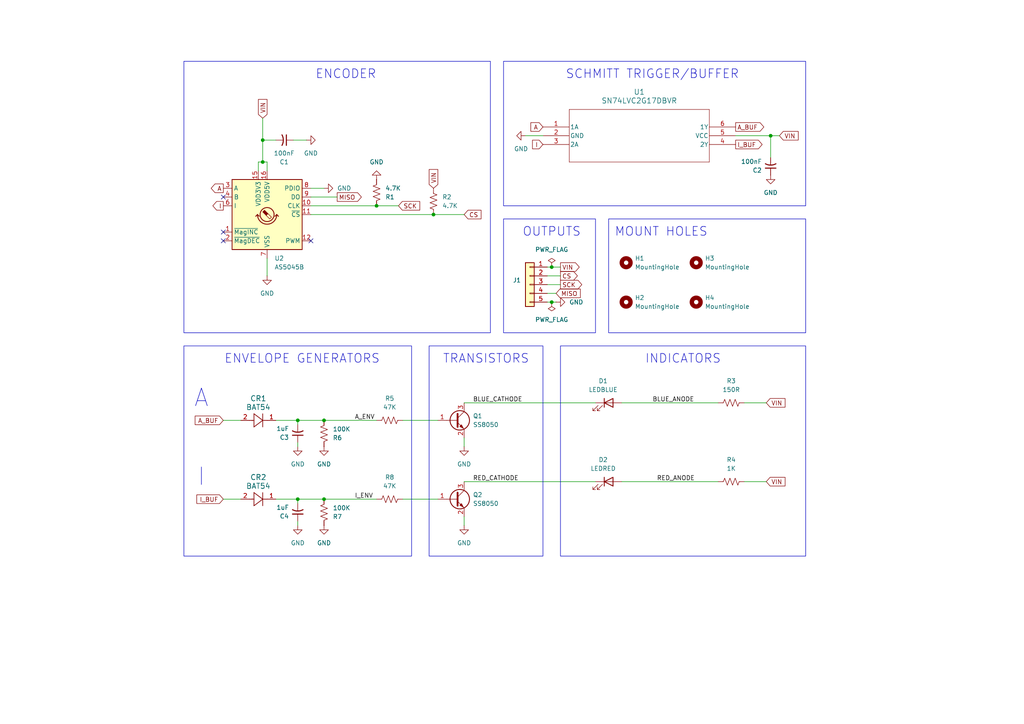
<source format=kicad_sch>
(kicad_sch (version 20250114) (generator "eeschema") (generator_version "9.0")
  (paper "A4")
  (title_block (title "Arm Encoder Board") (company "01 Binary"))
  (lib_symbols
    (symbol "Connector_Generic:Conn_01x05" (pin_names (offset 1.016) (hide yes))
      (property "Reference" "J" (at 0 7.62 0))
      (property "Value" "Conn_01x05" (at 0 -7.62 0))
      (symbol "Conn_01x05_1_1"
        (rectangle (start -1.27 6.35) (end 1.27 -6.35) (stroke (width 0.254)) (fill (type background)))
        (rectangle (start -1.27 5.207) (end 0 4.953) (stroke (width 0.1524)))
        (rectangle (start -1.27 2.667) (end 0 2.413) (stroke (width 0.1524)))
        (rectangle (start -1.27 0.127) (end 0 -0.127) (stroke (width 0.1524)))
        (rectangle (start -1.27 -2.413) (end 0 -2.667) (stroke (width 0.1524)))
        (rectangle (start -1.27 -4.953) (end 0 -5.207) (stroke (width 0.1524)))
        (pin passive line (at -5.08 5.08 0) (length 3.81) (name "Pin_1") (number "1"))
        (pin passive line (at -5.08 2.54 0) (length 3.81) (name "Pin_2") (number "2"))
        (pin passive line (at -5.08 0 0) (length 3.81) (name "Pin_3") (number "3"))
        (pin passive line (at -5.08 -2.54 0) (length 3.81) (name "Pin_4") (number "4"))
        (pin passive line (at -5.08 -5.08 0) (length 3.81) (name "Pin_5") (number "5"))
      )
    )
    (symbol "Device:C_Small_US" (pin_numbers (hide yes)) (pin_names (offset 0.254) (hide yes))
      (property "Reference" "C" (at 0.254 1.778 0))
      (property "Value" "C_Small_US" (at 0.254 -2.032 0))
      (symbol "C_Small_US_0_1"
        (polyline (pts (xy -1.524 0.508) (xy 1.524 0.508)) (stroke (width 0.3048)))
        (arc (start -1.524 -0.762) (mid 0 -0.3734) (end 1.524 -0.762) (stroke (width 0.3048)))
      )
      (symbol "C_Small_US_1_1"
        (pin passive line (at 0 2.54 270) (length 2.032) (name "~") (number "1"))
        (pin passive line (at 0 -2.54 90) (length 2.032) (name "~") (number "2"))
      )
    )
    (symbol "Device:LED" (pin_numbers (hide yes)) (pin_names (offset 1.016) (hide yes))
      (property "Reference" "D" (at 0 2.54 0))
      (property "Value" "LED" (at 0 -2.54 0))
      (symbol "LED_0_1"
        (polyline (pts (xy -3.048 -0.762) (xy -4.572 -2.286) (xy -3.81 -2.286) (xy -4.572 -2.286) (xy -4.572 -1.524)))
        (polyline (pts (xy -1.778 -0.762) (xy -3.302 -2.286) (xy -2.54 -2.286) (xy -3.302 -2.286) (xy -3.302 -1.524)))
        (polyline (pts (xy -1.27 0) (xy 1.27 0)))
        (polyline (pts (xy -1.27 -1.27) (xy -1.27 1.27)) (stroke (width 0.254)))
        (polyline (pts (xy 1.27 -1.27) (xy 1.27 1.27) (xy -1.27 0) (xy 1.27 -1.27)) (stroke (width 0.254)))
      )
      (symbol "LED_1_1"
        (pin passive line (at -3.81 0 0) (length 2.54) (name "K") (number "1"))
        (pin passive line (at 3.81 0 180) (length 2.54) (name "A") (number "2"))
      )
    )
    (symbol "Device:R_US" (pin_numbers (hide yes)) (pin_names (offset 0))
      (property "Reference" "R" (at 2.54 0 90))
      (property "Value" "R_US" (at -2.54 0 90))
      (symbol "R_US_0_1"
        (polyline (pts (xy 0 2.286) (xy 0 2.54)))
        (polyline (pts (xy 0 2.286) (xy 1.016 1.905) (xy 0 1.524) (xy -1.016 1.143) (xy 0 0.762)))
        (polyline (pts (xy 0 0.762) (xy 1.016 0.381) (xy 0 0) (xy -1.016 -0.381) (xy 0 -0.762)))
        (polyline (pts (xy 0 -0.762) (xy 1.016 -1.143) (xy 0 -1.524) (xy -1.016 -1.905) (xy 0 -2.286)))
        (polyline (pts (xy 0 -2.286) (xy 0 -2.54)))
      )
      (symbol "R_US_1_1"
        (pin passive line (at 0 3.81 270) (length 1.27) (name "~") (number "1"))
        (pin passive line (at 0 -3.81 90) (length 1.27) (name "~") (number "2"))
      )
    )
    (symbol "EnvelopeDiode:BAT54WS-7-F" (pin_names (offset 0.254))
      (property "Reference" "CR" (at 5.08 4.445 0))
      (property "Value" "BAT54WS-7-F" (at 5.08 -3.81 0))
      (symbol "BAT54WS-7-F_1_1"
        (polyline (pts (xy 2.54 0) (xy 3.4798 0)) (stroke (width 0.2032)))
        (polyline (pts (xy 3.175 0) (xy 3.81 0)) (stroke (width 0.2032)))
        (polyline (pts (xy 3.81 1.905) (xy 3.81 -1.905)) (stroke (width 0.2032)))
        (polyline (pts (xy 3.81 -1.905) (xy 6.35 0)) (stroke (width 0.2032)))
        (polyline (pts (xy 6.35 0) (xy 3.81 1.905)) (stroke (width 0.2032)))
        (polyline (pts (xy 6.35 0) (xy 7.62 0)) (stroke (width 0.2032)))
        (polyline (pts (xy 6.35 -1.905) (xy 6.35 1.905)) (stroke (width 0.2032)))
        (pin unspecified line (at 0 0 0) (length 2.54) (name "") (number "2"))
        (pin unspecified line (at 10.16 0 180) (length 2.54) (name "") (number "1"))
      )
      (symbol "BAT54WS-7-F_1_2"
        (polyline (pts (xy -1.905 3.81) (xy 1.905 3.81)) (stroke (width 0.2032)))
        (polyline (pts (xy 0 6.35) (xy -1.905 3.81)) (stroke (width 0.2032)))
        (polyline (pts (xy 0 6.35) (xy 0 7.62)) (stroke (width 0.2032)))
        (polyline (pts (xy 0 3.175) (xy 0 3.81)) (stroke (width 0.2032)))
        (polyline (pts (xy 0 2.54) (xy 0 3.4798)) (stroke (width 0.2032)))
        (polyline (pts (xy 1.905 6.35) (xy -1.905 6.35)) (stroke (width 0.2032)))
        (polyline (pts (xy 1.905 3.81) (xy 0 6.35)) (stroke (width 0.2032)))
        (pin unspecified line (at 0 10.16 270) (length 2.54) (name "") (number "1"))
        (pin unspecified line (at 0 0 90) (length 2.54) (name "") (number "2"))
      )
    )
    (symbol "Mechanical:MountingHole" (pin_names (offset 1.016)) (in_bom no)
      (property "Reference" "H" (at 0 5.08 0))
      (property "Value" "MountingHole" (at 0 3.175 0))
      (symbol "MountingHole_0_1"
        (circle (center 0 0) (radius 1.27) (stroke (width 1.27)))
      )
    )
    (symbol "SchmittBuffer:SN74LVC2G17DBVR" (pin_names (offset 0.254))
      (property "Reference" "U" (at 27.94 10.16 0))
      (property "Value" "SN74LVC2G17DBVR" (at 27.94 7.62 0))
      (symbol "SN74LVC2G17DBVR_0_1"
        (polyline (pts (xy 7.62 5.08) (xy 7.62 -10.16)) (stroke (width 0.127)))
        (polyline (pts (xy 7.62 -10.16) (xy 48.26 -10.16)) (stroke (width 0.127)))
        (polyline (pts (xy 48.26 5.08) (xy 7.62 5.08)) (stroke (width 0.127)))
        (polyline (pts (xy 48.26 -10.16) (xy 48.26 5.08)) (stroke (width 0.127)))
        (pin input line (at 0 0 0) (length 7.62) (name "1A") (number "1"))
        (pin power_in line (at 0 -2.54 0) (length 7.62) (name "GND") (number "2"))
        (pin input line (at 0 -5.08 0) (length 7.62) (name "2A") (number "3"))
        (pin output line (at 55.88 0 180) (length 7.62) (name "1Y") (number "6"))
        (pin power_in line (at 55.88 -2.54 180) (length 7.62) (name "VCC") (number "5"))
        (pin output line (at 55.88 -5.08 180) (length 7.62) (name "2Y") (number "4"))
      )
    )
    (symbol "Sensor_Magnetic:AS5045B"
      (property "Reference" "U" (at -10.16 11.43 0))
      (property "Value" "AS5045B" (at 11.43 11.43 0))
      (symbol "AS5045B_0_1"
        (rectangle (start -10.16 10.16) (end 10.16 -10.16) (stroke (width 0.254)) (fill (type background)))
        (polyline (pts (xy -2.794 0) (xy -3.302 -0.508)) (stroke (width 0.254)))
        (polyline (pts (xy -2.794 0) (xy -2.286 -0.508)) (stroke (width 0.254)))
        (polyline (pts (xy -0.762 1.27) (xy 0.254 0.254) (xy -0.254 -0.254) (xy -1.27 0.762) (xy -1.016 1.016) (xy -0.762 1.27) (xy -0.635 1.143)) (fill (type outline)))
        (arc (start 2.794 0) (mid 0 -2.7819) (end -2.794 0) (stroke (width 0.254)))
        (circle (center 0 0) (radius 2.032) (stroke (width 0.254)))
        (polyline (pts (xy 0.254 0.254) (xy 1.27 -0.762) (xy 0.762 -1.27) (xy -0.254 -0.254)))
        (polyline (pts (xy 2.794 0) (xy 2.286 -0.508)) (stroke (width 0.254)))
        (polyline (pts (xy 2.794 0) (xy 3.302 -0.508)) (stroke (width 0.254)))
      )
      (symbol "AS5045B_1_1"
        (pin output line (at -12.7 7.62 0) (length 2.54) (name "A") (number "3"))
        (pin output line (at -12.7 5.08 0) (length 2.54) (name "B") (number "4"))
        (pin output line (at -12.7 2.54 0) (length 2.54) (name "I") (number "6"))
        (pin open_collector line (at -12.7 -5.08 0) (length 2.54) (name "~{MagINC}") (number "1"))
        (pin open_collector line (at -12.7 -7.62 0) (length 2.54) (name "~{MagDEC}") (number "2"))
        (pin power_in line (at -2.54 12.7 270) (length 2.54) (name "VDD3V3") (number "15"))
        (pin power_in line (at 0 12.7 270) (length 2.54) (name "VDD5V") (number "16"))
        (pin power_in line (at 0 -12.7 90) (length 2.54) (name "VSS") (number "7"))
        (pin no_connect line (at 2.54 -10.16 90) (length 2.54) (hide yes) (name "NC") (number "14"))
        (pin no_connect line (at 10.16 -2.54 180) (length 2.54) (hide yes) (name "NC") (number "5"))
        (pin no_connect line (at 10.16 -5.08 180) (length 2.54) (hide yes) (name "NC") (number "13"))
        (pin input line (at 12.7 7.62 180) (length 2.54) (name "PDIO") (number "8"))
        (pin output line (at 12.7 5.08 180) (length 2.54) (name "DO") (number "9"))
        (pin input line (at 12.7 2.54 180) (length 2.54) (name "CLK") (number "10"))
        (pin input line (at 12.7 0 180) (length 2.54) (name "~{CS}") (number "11"))
        (pin output line (at 12.7 -7.62 180) (length 2.54) (name "PWM") (number "12"))
      )
    )
    (symbol "Transistor_BJT:SS8050" (pin_names (offset 0) (hide yes))
      (property "Reference" "Q" (at 5.08 1.905 0))
      (property "Value" "SS8050" (at 5.08 0 0))
      (symbol "SS8050_0_1"
        (polyline (pts (xy -2.54 0) (xy 0.635 0)))
        (polyline (pts (xy 0.635 1.905) (xy 0.635 -1.905)) (stroke (width 0.508)))
        (circle (center 1.27 0) (radius 2.8194) (stroke (width 0.254)))
      )
      (symbol "SS8050_1_1"
        (polyline (pts (xy 0.635 0.635) (xy 2.54 2.54)))
        (polyline (pts (xy 0.635 -0.635) (xy 2.54 -2.54)))
        (polyline (pts (xy 1.27 -1.778) (xy 1.778 -1.27) (xy 2.286 -2.286) (xy 1.27 -1.778)) (fill (type outline)))
        (pin input line (at -5.08 0 0) (length 2.54) (name "B") (number "1"))
        (pin passive line (at 2.54 5.08 270) (length 2.54) (name "C") (number "3"))
        (pin passive line (at 2.54 -5.08 90) (length 2.54) (name "E") (number "2"))
      )
    )
    (symbol "power:GND" (power) (pin_numbers (hide yes)) (pin_names (offset 0) (hide yes))
      (property "Value" "GND" (at 0 -3.81 0))
      (symbol "GND_0_1"
        (polyline (pts (xy 0 0) (xy 0 -1.27) (xy 1.27 -1.27) (xy 0 -2.54) (xy -1.27 -1.27) (xy 0 -1.27)))
      )
      (symbol "GND_1_1"
        (pin power_in line (at 0 0 270) (length 0) (name "~") (number "1"))
      )
    )
    (symbol "power:PWR_FLAG" (power) (pin_numbers (hide yes)) (pin_names (offset 0) (hide yes))
      (property "Value" "PWR_FLAG" (at 0 3.81 0))
      (symbol "PWR_FLAG_0_0"
        (pin power_out line (at 0 0 90) (length 0) (name "~") (number "1"))
      )
      (symbol "PWR_FLAG_0_1"
        (polyline (pts (xy 0 0) (xy 0 1.27) (xy -1.016 1.905) (xy 0 2.54) (xy 1.016 1.905) (xy 0 1.27)))
      )
    )
  )
  (rectangle (start 146.05 17.78) (end 233.68 59.69))
  (rectangle (start 124.46 100.33) (end 157.48 161.29))
  (rectangle (start 53.34 100.33) (end 119.38 161.29))
  (rectangle (start 176.53 63.5) (end 233.68 96.52))
  (rectangle (start 146.05 63.5) (end 172.72 96.52))
  (rectangle (start 162.56 100.33) (end 233.68 161.29))
  (rectangle (start 53.34 17.78) (end 142.24 96.52))
  (text "MOUNT HOLES" (at 191.77 67.31 0) (effects (font (size 2.54 2.54))))
  (text "INDICATORS" (at 198.12 104.14 0) (effects (font (size 2.54 2.54))))
  (text "TRANSISTORS\n" (at 140.97 104.14 0) (effects (font (size 2.54 2.54))))
  (text "ENVELOPE GENERATORS" (at 87.63 104.14 0) (effects (font (size 2.54 2.54))))
  (text "SCHMITT TRIGGER/BUFFER" (at 189.23 21.59 0) (effects (font (size 2.54 2.54))))
  (text "ENCODER" (at 100.33 21.59 0) (effects (font (size 2.54 2.54))))
  (text "A" (at 58.42 115.57 0) (effects (font (size 5.08 5.08))))
  (text "I" (at 58.42 138.43 0) (effects (font (size 5.08 5.08))))
  (text "OUTPUTS" (at 160.02 67.31 0) (effects (font (size 2.54 2.54))))
  (junction (at 93.98 144.78))
  (junction (at 86.36 121.92))
  (junction (at 125.73 62.23))
  (junction (at 160.02 77.47))
  (junction (at 223.52 39.37))
  (junction (at 76.2 40.64))
  (junction (at 160.02 87.63))
  (junction (at 86.36 144.78))
  (junction (at 109.22 59.69))
  (junction (at 93.98 121.92))
  (junction (at 76.2 46.99))
  (no_connect (at 90.17 69.85))
  (no_connect (at 64.77 69.85))
  (no_connect (at 64.77 57.15))
  (no_connect (at 64.77 67.31))
  (wire (pts (xy 80.01 121.92) (xy 86.36 121.92)))
  (wire (pts (xy 134.62 116.84) (xy 172.72 116.84)))
  (wire (pts (xy 160.02 87.63) (xy 158.75 87.63)))
  (wire (pts (xy 76.2 40.64) (xy 80.01 40.64)))
  (wire (pts (xy 109.22 59.69) (xy 115.57 59.69)))
  (wire (pts (xy 161.29 87.63) (xy 160.02 87.63)))
  (wire (pts (xy 158.75 82.55) (xy 162.56 82.55)))
  (wire (pts (xy 86.36 123.19) (xy 86.36 121.92)))
  (wire (pts (xy 76.2 34.29) (xy 76.2 40.64)))
  (wire (pts (xy 74.93 46.99) (xy 76.2 46.99)))
  (wire (pts (xy 160.02 77.47) (xy 162.56 77.47)))
  (wire (pts (xy 222.25 139.7) (xy 215.9 139.7)))
  (wire (pts (xy 77.47 46.99) (xy 77.47 49.53)))
  (wire (pts (xy 86.36 146.05) (xy 86.36 144.78)))
  (wire (pts (xy 86.36 144.78) (xy 93.98 144.78)))
  (wire (pts (xy 134.62 152.4) (xy 134.62 149.86)))
  (wire (pts (xy 127 144.78) (xy 116.84 144.78)))
  (wire (pts (xy 158.75 85.09) (xy 161.29 85.09)))
  (wire (pts (xy 223.52 39.37) (xy 226.06 39.37)))
  (wire (pts (xy 77.47 80.01) (xy 77.47 74.93)))
  (wire (pts (xy 158.75 77.47) (xy 160.02 77.47)))
  (wire (pts (xy 93.98 144.78) (xy 109.22 144.78)))
  (wire (pts (xy 180.34 139.7) (xy 208.28 139.7)))
  (wire (pts (xy 88.9 40.64) (xy 85.09 40.64)))
  (wire (pts (xy 222.25 116.84) (xy 215.9 116.84)))
  (wire (pts (xy 86.36 152.4) (xy 86.36 151.13)))
  (wire (pts (xy 134.62 139.7) (xy 172.72 139.7)))
  (wire (pts (xy 223.52 39.37) (xy 223.52 45.72)))
  (wire (pts (xy 152.4 39.37) (xy 157.48 39.37)))
  (wire (pts (xy 80.01 144.78) (xy 86.36 144.78)))
  (wire (pts (xy 90.17 57.15) (xy 97.79 57.15)))
  (wire (pts (xy 64.77 121.92) (xy 69.85 121.92)))
  (wire (pts (xy 125.73 62.23) (xy 134.62 62.23)))
  (wire (pts (xy 90.17 62.23) (xy 125.73 62.23)))
  (wire (pts (xy 86.36 121.92) (xy 93.98 121.92)))
  (wire (pts (xy 90.17 54.61) (xy 93.98 54.61)))
  (wire (pts (xy 76.2 46.99) (xy 77.47 46.99)))
  (wire (pts (xy 180.34 116.84) (xy 208.28 116.84)))
  (wire (pts (xy 213.36 39.37) (xy 223.52 39.37)))
  (wire (pts (xy 86.36 129.54) (xy 86.36 128.27)))
  (wire (pts (xy 158.75 80.01) (xy 162.56 80.01)))
  (wire (pts (xy 90.17 59.69) (xy 109.22 59.69)))
  (wire (pts (xy 74.93 46.99) (xy 74.93 49.53)))
  (wire (pts (xy 93.98 121.92) (xy 109.22 121.92)))
  (wire (pts (xy 64.77 144.78) (xy 69.85 144.78)))
  (wire (pts (xy 76.2 40.64) (xy 76.2 46.99)))
  (wire (pts (xy 134.62 129.54) (xy 134.62 127)))
  (wire (pts (xy 127 121.92) (xy 116.84 121.92)))
  (label "A_ENV" (at 102.87 121.92 0))
  (label "BLUE_CATHODE" (at 137.16 116.84 0))
  (label "I_ENV" (at 102.87 144.78 0))
  (label "RED_ANODE" (at 190.5 139.7 0))
  (label "BLUE_ANODE" (at 189.23 116.84 0))
  (label "RED_CATHODE" (at 137.16 139.7 0))
  (global_label "VIN" (shape input) (at 76.2 34.29 90) (property "Intersheetrefs" "${INTERSHEET_REFS}" (effects (hide yes))))
  (global_label "VIN" (shape input) (at 222.25 139.7 0) (property "Intersheetrefs" "${INTERSHEET_REFS}" (effects (hide yes))))
  (global_label "MISO" (shape input) (at 161.29 85.09 0) (property "Intersheetrefs" "${INTERSHEET_REFS}" (effects (hide yes))))
  (global_label "A" (shape input) (at 157.48 36.83 180) (property "Intersheetrefs" "${INTERSHEET_REFS}" (effects (hide yes))))
  (global_label "A_BUF" (shape output) (at 213.36 36.83 0) (property "Intersheetrefs" "${INTERSHEET_REFS}" (effects (hide yes))))
  (global_label "CS" (shape input) (at 134.62 62.23 0) (property "Intersheetrefs" "${INTERSHEET_REFS}" (effects (hide yes))))
  (global_label "VIN" (shape input) (at 125.73 54.61 90) (property "Intersheetrefs" "${INTERSHEET_REFS}" (effects (hide yes))))
  (global_label "SCK" (shape output) (at 162.56 82.55 0) (property "Intersheetrefs" "${INTERSHEET_REFS}" (effects (hide yes))))
  (global_label "VIN" (shape input) (at 222.25 116.84 0) (property "Intersheetrefs" "${INTERSHEET_REFS}" (effects (hide yes))))
  (global_label "MISO" (shape output) (at 97.79 57.15 0) (property "Intersheetrefs" "${INTERSHEET_REFS}" (effects (hide yes))))
  (global_label "A" (shape output) (at 64.77 54.61 180) (property "Intersheetrefs" "${INTERSHEET_REFS}" (effects (hide yes))))
  (global_label "I_BUF" (shape input) (at 64.77 144.78 180) (property "Intersheetrefs" "${INTERSHEET_REFS}" (effects (hide yes))))
  (global_label "VIN" (shape output) (at 162.56 77.47 0) (property "Intersheetrefs" "${INTERSHEET_REFS}" (effects (hide yes))))
  (global_label "CS" (shape output) (at 162.56 80.01 0) (property "Intersheetrefs" "${INTERSHEET_REFS}" (effects (hide yes))))
  (global_label "VIN" (shape input) (at 226.06 39.37 0) (property "Intersheetrefs" "${INTERSHEET_REFS}" (effects (hide yes))))
  (global_label "I" (shape output) (at 64.77 59.69 180) (property "Intersheetrefs" "${INTERSHEET_REFS}" (effects (hide yes))))
  (global_label "A_BUF" (shape input) (at 64.77 121.92 180) (property "Intersheetrefs" "${INTERSHEET_REFS}" (effects (hide yes))))
  (global_label "SCK" (shape input) (at 115.57 59.69 0) (property "Intersheetrefs" "${INTERSHEET_REFS}" (effects (hide yes))))
  (global_label "I" (shape input) (at 157.48 41.91 180) (property "Intersheetrefs" "${INTERSHEET_REFS}" (effects (hide yes))))
  (global_label "I_BUF" (shape output) (at 213.36 41.91 0) (property "Intersheetrefs" "${INTERSHEET_REFS}" (effects (hide yes))))
  (symbol (lib_id "Device:R_US") (at 212.09 139.7 270) (unit 1)
    (property "Reference" "R4" (at 212.09 133.35 90))
    (property "Value" "1K" (at 212.09 135.89 90))
    (property "Footprint" "Resistor1K:RCG06031K00FKEA" (effects (hide yes)))
    (property "Description" "Resistor, US symbol" (effects (hide yes)))
    (property "LCSC" "C4264491" (effects (hide yes)))
  )
  (symbol (lib_id "Device:R_US") (at 113.03 144.78 270) (unit 1)
    (property "Reference" "R8" (at 113.03 138.43 90))
    (property "Value" "47K" (at 113.03 140.97 90))
    (property "Footprint" "Resistor47K:RC0603FR-0747KL" (effects (hide yes)))
    (property "Description" "Resistor, US symbol" (effects (hide yes)))
    (property "LCSC" "C105579" (effects (hide yes)))
  )
  (symbol (lib_id "power:GND") (at 93.98 129.54 0) (mirror y) (unit 1)
    (property "Reference" "#PWR09" (effects (hide yes)))
    (property "Value" "GND" (at 93.98 134.62 0))
    (property "Description" "Power symbol creates a global label with name \"GND\" , ground" (effects (hide yes)))
  )
  (symbol (lib_id "power:GND") (at 134.62 152.4 0) (mirror y) (unit 1)
    (property "Reference" "#PWR013" (effects (hide yes)))
    (property "Value" "GND" (at 134.62 157.48 0))
    (property "Description" "Power symbol creates a global label with name \"GND\" , ground" (effects (hide yes)))
  )
  (symbol (lib_id "Sensor_Magnetic:AS5045B") (at 77.47 62.23 0) (unit 1)
    (property "Reference" "U2" (at 79.6133 74.93 0) (effects (justify left)))
    (property "Value" "AS5045B" (at 79.6133 77.47 0) (effects (justify left)))
    (property "Footprint" "Package_SO:SSOP-16_5.3x6.2mm_P0.65mm" (effects (hide yes)))
    (property "Datasheet" "https://ams.com/documents/20143/36005/AS5045B_DS000397_2-00.pdf" (effects (hide yes)))
    (property "Description" "Magnetic Position Sensor, 12-bit, PWM Output, ABI Output, SPI Interface, SSOP-16" (effects (hide yes)))
    (property "LCSC" "C5375289" (effects (hide yes)))
  )
  (symbol (lib_id "Device:R_US") (at 113.03 121.92 270) (unit 1)
    (property "Reference" "R5" (at 113.03 115.57 90))
    (property "Value" "47K" (at 113.03 118.11 90))
    (property "Footprint" "Resistor47K:RC0603FR-0747KL" (effects (hide yes)))
    (property "Description" "Resistor, US symbol" (effects (hide yes)))
    (property "LCSC" "C105579" (effects (hide yes)))
  )
  (symbol (lib_id "power:GND") (at 86.36 129.54 0) (mirror y) (unit 1)
    (property "Reference" "#PWR08" (effects (hide yes)))
    (property "Value" "GND" (at 86.36 134.62 0))
    (property "Description" "Power symbol creates a global label with name \"GND\" , ground" (effects (hide yes)))
  )
  (symbol (lib_id "SchmittBuffer:SN74LVC2G17DBVR") (at 157.48 36.83 0) (unit 1)
    (property "Reference" "U1" (at 185.42 26.67 0) (effects (font (size 1.524 1.524))))
    (property "Value" "SN74LVC2G17DBVR" (at 185.42 29.21 0) (effects (font (size 1.524 1.524))))
    (property "Footprint" "SchmittBuffer:SN74LVC2G17DBVR" (effects (hide yes)))
    (property "Datasheet" "https://www.ti.com/lit/gpn/sn74lvc2g17" (effects (hide yes)))
    (property "LCSC" "C10429" (effects (hide yes)))
  )
  (symbol (lib_id "Device:C_Small_US") (at 82.55 40.64 270) (unit 1)
    (property "Reference" "C1" (at 82.423 46.99 90))
    (property "Value" "100nF" (at 82.423 44.45 90))
    (property "Footprint" "Capacitor100nF:CC0603KRX7R9BB104" (effects (hide yes)))
    (property "Description" "capacitor, small US symbol" (effects (hide yes)))
    (property "LCSC" "C14663" (effects (hide yes)))
  )
  (symbol (lib_id "EnvelopeDiode:BAT54WS-7-F") (at 69.85 121.92 0) (unit 1)
    (property "Reference" "CR1" (at 74.93 115.57 0) (effects (font (size 1.524 1.524))))
    (property "Value" "BAT54" (at 74.93 118.11 0) (effects (font (size 1.524 1.524))))
    (property "Footprint" "EnvelopeDiode:BAT54WS-7-F" (effects (hide yes)))
    (property "Datasheet" "BAT54WS-7-F" (effects (hide yes)))
    (property "LCSC" "C124205" (effects (hide yes)))
  )
  (symbol (lib_id "Device:LED") (at 176.53 139.7 0) (unit 1)
    (property "Reference" "D2" (at 174.9425 133.35 0))
    (property "Value" "LEDRED" (at 174.9425 135.89 0))
    (property "Footprint" "LedRed:NCD0603R1" (effects (hide yes)))
    (property "Description" "Light emitting diode" (effects (hide yes)))
    (property "Sim.Pins" "1=K 2=A" (effects (hide yes)))
    (property "LCSC" "C84263" (effects (hide yes)))
  )
  (symbol (lib_id "Mechanical:MountingHole") (at 201.93 87.63 0) (unit 1) (in_bom no)
    (property "Reference" "H4" (at 204.47 86.3599 0) (effects (justify left)))
    (property "Value" "MountingHole" (at 204.47 88.8999 0) (effects (justify left)))
    (property "Footprint" "MountingHole:MountingHole_3.5mm_Pad" (effects (hide yes)))
    (property "Description" "Mounting Hole without connection" (effects (hide yes)))
  )
  (symbol (lib_id "power:GND") (at 86.36 152.4 0) (mirror y) (unit 1)
    (property "Reference" "#PWR011" (effects (hide yes)))
    (property "Value" "GND" (at 86.36 157.48 0))
    (property "Description" "Power symbol creates a global label with name \"GND\" , ground" (effects (hide yes)))
  )
  (symbol (lib_id "Device:C_Small_US") (at 86.36 148.59 180) (unit 1)
    (property "Reference" "C4" (at 83.82 149.7331 0) (effects (justify left)))
    (property "Value" "1uF" (at 83.82 147.1931 0) (effects (justify left)))
    (property "Footprint" "Capacitor1uF:CC0603JRX7R7BB105-L" (effects (hide yes)))
    (property "Description" "capacitor, small US symbol" (effects (hide yes)))
    (property "LCSC" "C519560" (effects (hide yes)))
  )
  (symbol (lib_id "Device:R_US") (at 212.09 116.84 270) (unit 1)
    (property "Reference" "R3" (at 212.09 110.49 90))
    (property "Value" "150R" (at 212.09 113.03 90))
    (property "Footprint" "Resistor150:RESC1607X60N" (effects (hide yes)))
    (property "Description" "Resistor, US symbol" (effects (hide yes)))
    (property "LCSC" "C114608" (effects (hide yes)))
  )
  (symbol (lib_id "power:GND") (at 152.4 39.37 270) (mirror x) (unit 1)
    (property "Reference" "#PWR02" (effects (hide yes)))
    (property "Value" "GND" (at 151.13 43.18 90))
    (property "Description" "Power symbol creates a global label with name \"GND\" , ground" (effects (hide yes)))
  )
  (symbol (lib_id "Mechanical:MountingHole") (at 201.93 76.2 0) (unit 1) (in_bom no)
    (property "Reference" "H3" (at 204.47 74.9299 0) (effects (justify left)))
    (property "Value" "MountingHole" (at 204.47 77.4699 0) (effects (justify left)))
    (property "Footprint" "MountingHole:MountingHole_3.5mm_Pad" (effects (hide yes)))
    (property "Description" "Mounting Hole without connection" (effects (hide yes)))
  )
  (symbol (lib_id "Transistor_BJT:SS8050") (at 132.08 121.92 0) (unit 1)
    (property "Reference" "Q1" (at 137.16 120.6499 0) (effects (justify left)))
    (property "Value" "SS8050" (at 137.16 123.1899 0) (effects (justify left)))
    (property "Footprint" "Package_TO_SOT_SMD:SOT-23" (effects (hide yes)))
    (property "Datasheet" "http://www.secosgmbh.com/datasheet/products/SSMPTransistor/SOT-23/SS8050.pdf" (effects (hide yes)))
    (property "Description" "General Purpose NPN Transistor, 1.5A Ic, 25V Vce, SOT-23" (effects (hide yes)))
    (property "LCSC" "C81464" (effects (hide yes)))
  )
  (symbol (lib_id "power:GND") (at 134.62 129.54 0) (mirror y) (unit 1)
    (property "Reference" "#PWR010" (effects (hide yes)))
    (property "Value" "GND" (at 134.62 134.62 0))
    (property "Description" "Power symbol creates a global label with name \"GND\" , ground" (effects (hide yes)))
  )
  (symbol (lib_id "power:GND") (at 223.52 50.8 0) (mirror y) (unit 1)
    (property "Reference" "#PWR03" (effects (hide yes)))
    (property "Value" "GND" (at 223.52 55.88 0))
    (property "Description" "Power symbol creates a global label with name \"GND\" , ground" (effects (hide yes)))
  )
  (symbol (lib_id "Device:R_US") (at 125.73 58.42 0) (unit 1)
    (property "Reference" "R2" (at 128.27 57.1499 0) (effects (justify left)))
    (property "Value" "4.7K" (at 128.27 59.6899 0) (effects (justify left)))
    (property "Footprint" "Resistor4.7K:CR0603-FX-4701ELF" (effects (hide yes)))
    (property "Description" "Resistor, US symbol" (effects (hide yes)))
    (property "LCSC" "C840629" (effects (hide yes)))
  )
  (symbol (lib_id "power:GND") (at 93.98 152.4 0) (mirror y) (unit 1)
    (property "Reference" "#PWR012" (effects (hide yes)))
    (property "Value" "GND" (at 93.98 157.48 0))
    (property "Description" "Power symbol creates a global label with name \"GND\" , ground" (effects (hide yes)))
  )
  (symbol (lib_id "power:GND") (at 77.47 80.01 0) (unit 1)
    (property "Reference" "#PWR05" (effects (hide yes)))
    (property "Value" "GND" (at 77.47 85.09 0))
    (property "Description" "Power symbol creates a global label with name \"GND\" , ground" (effects (hide yes)))
  )
  (symbol (lib_id "power:GND") (at 88.9 40.64 90) (unit 1)
    (property "Reference" "#PWR01" (effects (hide yes)))
    (property "Value" "GND" (at 90.17 44.45 90))
    (property "Description" "Power symbol creates a global label with name \"GND\" , ground" (effects (hide yes)))
  )
  (symbol (lib_id "power:PWR_FLAG") (at 160.02 87.63 180) (unit 1)
    (property "Reference" "#FLG02" (effects (hide yes)))
    (property "Value" "PWR_FLAG" (at 160.02 92.71 0))
    (property "Description" "Special symbol for telling ERC where power comes from" (effects (hide yes)))
  )
  (symbol (lib_id "Device:C_Small_US") (at 86.36 125.73 180) (unit 1)
    (property "Reference" "C3" (at 83.82 126.8731 0) (effects (justify left)))
    (property "Value" "1uF" (at 83.82 124.3331 0) (effects (justify left)))
    (property "Footprint" "Capacitor1uF:CC0603JRX7R7BB105-L" (effects (hide yes)))
    (property "Description" "capacitor, small US symbol" (effects (hide yes)))
    (property "LCSC" "C519560" (effects (hide yes)))
  )
  (symbol (lib_id "Mechanical:MountingHole") (at 181.61 87.63 0) (unit 1) (in_bom no)
    (property "Reference" "H2" (at 184.15 86.3599 0) (effects (justify left)))
    (property "Value" "MountingHole" (at 184.15 88.8999 0) (effects (justify left)))
    (property "Footprint" "MountingHole:MountingHole_3.5mm_Pad" (effects (hide yes)))
    (property "Description" "Mounting Hole without connection" (effects (hide yes)))
  )
  (symbol (lib_id "EnvelopeDiode:BAT54WS-7-F") (at 69.85 144.78 0) (unit 1)
    (property "Reference" "CR2" (at 74.93 138.43 0) (effects (font (size 1.524 1.524))))
    (property "Value" "BAT54" (at 74.93 140.97 0) (effects (font (size 1.524 1.524))))
    (property "Footprint" "EnvelopeDiode:BAT54WS-7-F" (effects (hide yes)))
    (property "Datasheet" "BAT54WS-7-F" (effects (hide yes)))
    (property "LCSC" "C124205" (effects (hide yes)))
  )
  (symbol (lib_id "Device:C_Small_US") (at 223.52 48.26 180) (unit 1)
    (property "Reference" "C2" (at 220.98 49.4031 0) (effects (justify left)))
    (property "Value" "100nF" (at 220.98 46.8631 0) (effects (justify left)))
    (property "Footprint" "Capacitor100nF:CC0603KRX7R9BB104" (effects (hide yes)))
    (property "Description" "capacitor, small US symbol" (effects (hide yes)))
    (property "LCSC" "C14663" (effects (hide yes)))
  )
  (symbol (lib_id "Connector_Generic:Conn_01x05") (at 153.67 82.55 0) (mirror y) (unit 1)
    (property "Reference" "J1" (at 151.13 81.2799 0) (effects (justify left)))
    (property "Value" "Conn_01x05" (effects (hide yes)))
    (property "Footprint" "Connector_JST:JST_XH_B5B-XH-A_1x05_P2.50mm_Vertical" (effects (hide yes)))
    (property "Description" "Generic connector, single row, 01x05, script generated (kicad-library-utils/schlib/autogen/connector/)" (effects (hide yes)))
  )
  (symbol (lib_id "Mechanical:MountingHole") (at 181.61 76.2 0) (unit 1) (in_bom no)
    (property "Reference" "H1" (at 184.15 74.9299 0) (effects (justify left)))
    (property "Value" "MountingHole" (at 184.15 77.4699 0) (effects (justify left)))
    (property "Footprint" "MountingHole:MountingHole_3.5mm_Pad" (effects (hide yes)))
    (property "Description" "Mounting Hole without connection" (effects (hide yes)))
  )
  (symbol (lib_id "power:GND") (at 161.29 87.63 90) (unit 1)
    (property "Reference" "#PWR06" (effects (hide yes)))
    (property "Value" "GND" (at 165.1 87.6299 90) (effects (justify right)))
    (property "Description" "Power symbol creates a global label with name \"GND\" , ground" (effects (hide yes)))
  )
  (symbol (lib_id "power:PWR_FLAG") (at 160.02 77.47 0) (unit 1)
    (property "Reference" "#FLG01" (effects (hide yes)))
    (property "Value" "PWR_FLAG" (at 160.02 72.39 0))
    (property "Description" "Special symbol for telling ERC where power comes from" (effects (hide yes)))
  )
  (symbol (lib_id "power:GND") (at 109.22 52.07 0) (mirror x) (unit 1)
    (property "Reference" "#PWR04" (effects (hide yes)))
    (property "Value" "GND" (at 109.22 46.99 0))
    (property "Description" "Power symbol creates a global label with name \"GND\" , ground" (effects (hide yes)))
  )
  (symbol (lib_id "Device:LED") (at 176.53 116.84 0) (unit 1)
    (property "Reference" "D1" (at 174.9425 110.49 0))
    (property "Value" "LEDBLUE" (at 174.9425 113.03 0))
    (property "Footprint" "LedBlue:150080BS75000_Modified" (effects (hide yes)))
    (property "Description" "Light emitting diode" (effects (hide yes)))
    (property "Sim.Pins" "1=K 2=A" (effects (hide yes)))
    (property "LCSC" "C6067133" (effects (hide yes)))
  )
  (symbol (lib_id "power:GND") (at 93.98 54.61 90) (unit 1)
    (property "Reference" "#PWR07" (effects (hide yes)))
    (property "Value" "GND" (at 97.79 54.6099 90) (effects (justify right)))
    (property "Description" "Power symbol creates a global label with name \"GND\" , ground" (effects (hide yes)))
  )
  (symbol (lib_id "Device:R_US") (at 93.98 148.59 0) (mirror x) (unit 1)
    (property "Reference" "R7" (at 96.52 149.8601 0) (effects (justify left)))
    (property "Value" "100K" (at 96.52 147.3201 0) (effects (justify left)))
    (property "Footprint" "Resistor100K:CRCW0603100KFKEA" (effects (hide yes)))
    (property "Description" "Resistor, US symbol" (effects (hide yes)))
    (property "LCSC" "C844916" (effects (hide yes)))
  )
  (symbol (lib_id "Device:R_US") (at 109.22 55.88 0) (mirror x) (unit 1)
    (property "Reference" "R1" (at 111.76 57.1501 0) (effects (justify left)))
    (property "Value" "4.7K" (at 111.76 54.6101 0) (effects (justify left)))
    (property "Footprint" "Resistor4.7K:CR0603-FX-4701ELF" (effects (hide yes)))
    (property "Description" "Resistor, US symbol" (effects (hide yes)))
    (property "LCSC" "C840629" (effects (hide yes)))
  )
  (symbol (lib_id "Device:R_US") (at 93.98 125.73 0) (mirror x) (unit 1)
    (property "Reference" "R6" (at 96.52 127.0001 0) (effects (justify left)))
    (property "Value" "100K" (at 96.52 124.4601 0) (effects (justify left)))
    (property "Footprint" "Resistor100K:CRCW0603100KFKEA" (effects (hide yes)))
    (property "Description" "Resistor, US symbol" (effects (hide yes)))
    (property "LCSC" "C844916" (effects (hide yes)))
  )
  (symbol (lib_id "Transistor_BJT:SS8050") (at 132.08 144.78 0) (unit 1)
    (property "Reference" "Q2" (at 137.16 143.5099 0) (effects (justify left)))
    (property "Value" "SS8050" (at 137.16 146.0499 0) (effects (justify left)))
    (property "Footprint" "Package_TO_SOT_SMD:SOT-23" (effects (hide yes)))
    (property "Datasheet" "http://www.secosgmbh.com/datasheet/products/SSMPTransistor/SOT-23/SS8050.pdf" (effects (hide yes)))
    (property "Description" "General Purpose NPN Transistor, 1.5A Ic, 25V Vce, SOT-23" (effects (hide yes)))
    (property "LCSC" "C81464" (effects (hide yes)))
  )
)
</source>
